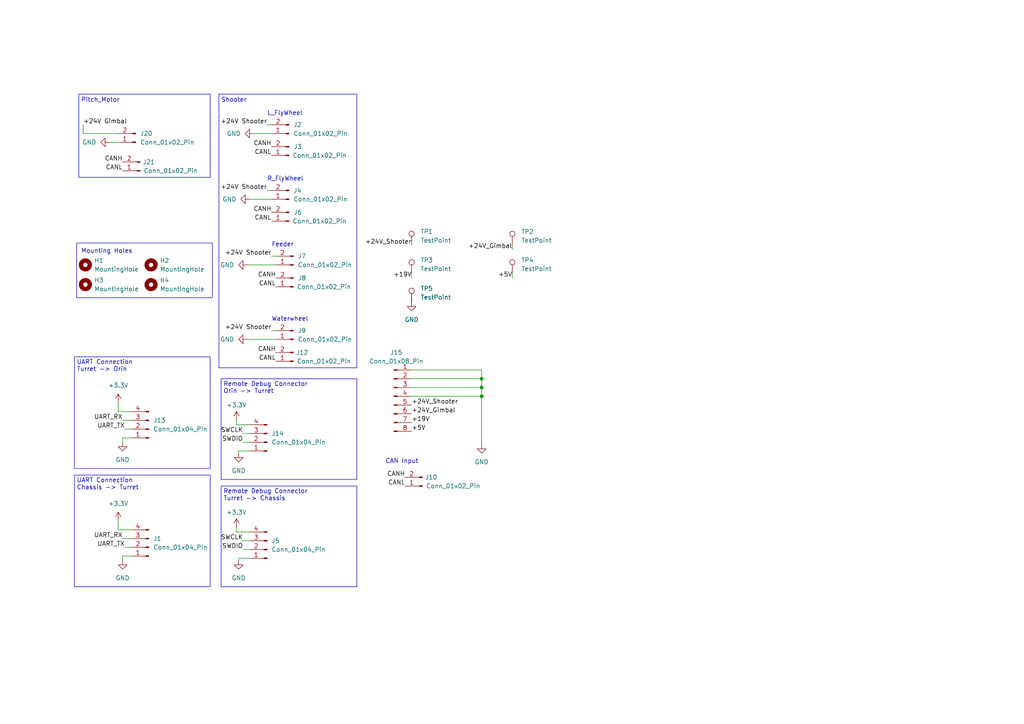
<source format=kicad_sch>
(kicad_sch (version 20230121) (generator eeschema)
  (paper "A4")
  (lib_symbols
    (symbol "Connector:Conn_01x02_Pin" (pin_names (offset 1.016) hide)
      (property "Reference" "J" (at 0 2.54 0))
      (property "Value" "Conn_01x02_Pin" (at 0 -5.08 0))
      (symbol "Conn_01x02_Pin_1_1"
        (polyline (pts (xy 1.27 -2.54) (xy 0.8636 -2.54)) (stroke (width 0.1524)))
        (polyline (pts (xy 1.27 0) (xy 0.8636 0)) (stroke (width 0.1524)))
        (rectangle (start 0.8636 -2.413) (end 0 -2.667) (stroke (width 0.1524)) (fill (type outline)))
        (rectangle (start 0.8636 0.127) (end 0 -0.127) (stroke (width 0.1524)) (fill (type outline)))
        (pin passive line (at 5.08 0 180) (length 3.81) (name "Pin_1") (number "1"))
        (pin passive line (at 5.08 -2.54 180) (length 3.81) (name "Pin_2") (number "2"))
      )
    )
    (symbol "Connector:Conn_01x04_Pin" (pin_names (offset 1.016) hide)
      (property "Reference" "J" (at 0 5.08 0))
      (property "Value" "Conn_01x04_Pin" (at 0 -7.62 0))
      (symbol "Conn_01x04_Pin_1_1"
        (polyline (pts (xy 1.27 -5.08) (xy 0.8636 -5.08)) (stroke (width 0.1524)))
        (polyline (pts (xy 1.27 -2.54) (xy 0.8636 -2.54)) (stroke (width 0.1524)))
        (polyline (pts (xy 1.27 0) (xy 0.8636 0)) (stroke (width 0.1524)))
        (polyline (pts (xy 1.27 2.54) (xy 0.8636 2.54)) (stroke (width 0.1524)))
        (rectangle (start 0.8636 -4.953) (end 0 -5.207) (stroke (width 0.1524)) (fill (type outline)))
        (rectangle (start 0.8636 -2.413) (end 0 -2.667) (stroke (width 0.1524)) (fill (type outline)))
        (rectangle (start 0.8636 0.127) (end 0 -0.127) (stroke (width 0.1524)) (fill (type outline)))
        (rectangle (start 0.8636 2.667) (end 0 2.413) (stroke (width 0.1524)) (fill (type outline)))
        (pin passive line (at 5.08 2.54 180) (length 3.81) (name "Pin_1") (number "1"))
        (pin passive line (at 5.08 0 180) (length 3.81) (name "Pin_2") (number "2"))
        (pin passive line (at 5.08 -2.54 180) (length 3.81) (name "Pin_3") (number "3"))
        (pin passive line (at 5.08 -5.08 180) (length 3.81) (name "Pin_4") (number "4"))
      )
    )
    (symbol "Connector:Conn_01x08_Pin" (pin_names (offset 1.016) hide)
      (property "Reference" "J" (at 0 10.16 0))
      (property "Value" "Conn_01x08_Pin" (at 0 -12.7 0))
      (symbol "Conn_01x08_Pin_1_1"
        (polyline (pts (xy 1.27 -10.16) (xy 0.8636 -10.16)) (stroke (width 0.1524)))
        (polyline (pts (xy 1.27 -7.62) (xy 0.8636 -7.62)) (stroke (width 0.1524)))
        (polyline (pts (xy 1.27 -5.08) (xy 0.8636 -5.08)) (stroke (width 0.1524)))
        (polyline (pts (xy 1.27 -2.54) (xy 0.8636 -2.54)) (stroke (width 0.1524)))
        (polyline (pts (xy 1.27 0) (xy 0.8636 0)) (stroke (width 0.1524)))
        (polyline (pts (xy 1.27 2.54) (xy 0.8636 2.54)) (stroke (width 0.1524)))
        (polyline (pts (xy 1.27 5.08) (xy 0.8636 5.08)) (stroke (width 0.1524)))
        (polyline (pts (xy 1.27 7.62) (xy 0.8636 7.62)) (stroke (width 0.1524)))
        (rectangle (start 0.8636 -10.033) (end 0 -10.287) (stroke (width 0.1524)) (fill (type outline)))
        (rectangle (start 0.8636 -7.493) (end 0 -7.747) (stroke (width 0.1524)) (fill (type outline)))
        (rectangle (start 0.8636 -4.953) (end 0 -5.207) (stroke (width 0.1524)) (fill (type outline)))
        (rectangle (start 0.8636 -2.413) (end 0 -2.667) (stroke (width 0.1524)) (fill (type outline)))
        (rectangle (start 0.8636 0.127) (end 0 -0.127) (stroke (width 0.1524)) (fill (type outline)))
        (rectangle (start 0.8636 2.667) (end 0 2.413) (stroke (width 0.1524)) (fill (type outline)))
        (rectangle (start 0.8636 5.207) (end 0 4.953) (stroke (width 0.1524)) (fill (type outline)))
        (rectangle (start 0.8636 7.747) (end 0 7.493) (stroke (width 0.1524)) (fill (type outline)))
        (pin passive line (at 5.08 7.62 180) (length 3.81) (name "Pin_1") (number "1"))
        (pin passive line (at 5.08 5.08 180) (length 3.81) (name "Pin_2") (number "2"))
        (pin passive line (at 5.08 2.54 180) (length 3.81) (name "Pin_3") (number "3"))
        (pin passive line (at 5.08 0 180) (length 3.81) (name "Pin_4") (number "4"))
        (pin passive line (at 5.08 -2.54 180) (length 3.81) (name "Pin_5") (number "5"))
        (pin passive line (at 5.08 -5.08 180) (length 3.81) (name "Pin_6") (number "6"))
        (pin passive line (at 5.08 -7.62 180) (length 3.81) (name "Pin_7") (number "7"))
        (pin passive line (at 5.08 -10.16 180) (length 3.81) (name "Pin_8") (number "8"))
      )
    )
    (symbol "Connector:TestPoint" (pin_numbers hide) (pin_names (offset 0.762) hide)
      (property "Reference" "TP" (at 0 6.858 0))
      (property "Value" "TestPoint" (at 0 5.08 0))
      (symbol "TestPoint_0_1"
        (circle (center 0 3.302) (radius 0.762))
      )
      (symbol "TestPoint_1_1"
        (pin passive line (at 0 0 90) (length 2.54) (name "1") (number "1"))
      )
    )
    (symbol "Mechanical:MountingHole" (pin_names (offset 1.016))
      (property "Reference" "H" (at 0 5.08 0))
      (property "Value" "MountingHole" (at 0 3.175 0))
      (symbol "MountingHole_0_1"
        (circle (center 0 0) (radius 1.27) (stroke (width 1.27)))
      )
    )
    (symbol "power:+3.3V" (power) (pin_names (offset 0))
      (property "Value" "+3.3V" (at 0 3.556 0))
      (symbol "+3.3V_0_1"
        (polyline (pts (xy -0.762 1.27) (xy 0 2.54)))
        (polyline (pts (xy 0 0) (xy 0 2.54)))
        (polyline (pts (xy 0 2.54) (xy 0.762 1.27)))
      )
      (symbol "+3.3V_1_1"
        (pin power_in line (at 0 0 90) (length 0) hide (name "+3.3V") (number "1"))
      )
    )
    (symbol "power:GND" (power) (pin_names (offset 0))
      (property "Value" "GND" (at 0 -3.81 0))
      (symbol "GND_0_1"
        (polyline (pts (xy 0 0) (xy 0 -1.27) (xy 1.27 -1.27) (xy 0 -2.54) (xy -1.27 -1.27) (xy 0 -1.27)))
      )
      (symbol "GND_1_1"
        (pin power_in line (at 0 0 270) (length 0) hide (name "GND") (number "1"))
      )
    )
  )
  (junction (at 139.7 112.395))
  (junction (at 139.7 109.855))
  (junction (at 139.7 114.935))
  (wire (pts (xy 70.485 159.385) (xy 72.39 159.385)))
  (wire (pts (xy 77.47 55.245) (xy 78.74 55.245)))
  (wire (pts (xy 34.29 153.67) (xy 38.1 153.67)))
  (wire (pts (xy 139.7 112.395) (xy 139.7 114.935)))
  (wire (pts (xy 78.74 95.885) (xy 80.01 95.885)))
  (wire (pts (xy 36.195 124.46) (xy 38.1 124.46)))
  (wire (pts (xy 34.29 119.38) (xy 38.1 119.38)))
  (wire (pts (xy 148.59 80.645) (xy 148.59 79.375)))
  (wire (pts (xy 68.58 154.305) (xy 72.39 154.305)))
  (wire (pts (xy 34.29 151.13) (xy 34.29 153.67)))
  (wire (pts (xy 70.485 125.73) (xy 72.39 125.73)))
  (wire (pts (xy 71.755 76.835) (xy 80.01 76.835)))
  (wire (pts (xy 31.75 41.275) (xy 34.29 41.275)))
  (wire (pts (xy 139.7 109.855) (xy 139.7 112.395)))
  (wire (pts (xy 72.39 57.785) (xy 78.74 57.785)))
  (wire (pts (xy 38.1 161.29) (xy 35.56 161.29)))
  (wire (pts (xy 34.29 116.84) (xy 34.29 119.38)))
  (wire (pts (xy 69.215 161.925) (xy 72.39 161.925)))
  (wire (pts (xy 36.195 158.75) (xy 38.1 158.75)))
  (wire (pts (xy 69.215 131.445) (xy 69.215 130.81)))
  (wire (pts (xy 71.755 98.425) (xy 80.01 98.425)))
  (wire (pts (xy 68.58 121.92) (xy 68.58 123.19)))
  (wire (pts (xy 119.38 80.645) (xy 119.38 79.375)))
  (wire (pts (xy 24.13 38.735) (xy 34.29 38.735)))
  (wire (pts (xy 78.74 74.295) (xy 80.01 74.295)))
  (wire (pts (xy 119.38 109.855) (xy 139.7 109.855)))
  (wire (pts (xy 70.485 156.845) (xy 72.39 156.845)))
  (wire (pts (xy 73.66 38.735) (xy 78.74 38.735)))
  (wire (pts (xy 70.485 128.27) (xy 72.39 128.27)))
  (wire (pts (xy 69.215 162.56) (xy 69.215 161.925)))
  (wire (pts (xy 35.56 161.29) (xy 35.56 162.56)))
  (wire (pts (xy 139.7 107.315) (xy 139.7 109.855)))
  (wire (pts (xy 35.56 127) (xy 35.56 128.27)))
  (wire (pts (xy 35.56 156.21) (xy 38.1 156.21)))
  (wire (pts (xy 119.38 107.315) (xy 139.7 107.315)))
  (wire (pts (xy 139.7 114.935) (xy 119.38 114.935)))
  (wire (pts (xy 35.56 121.92) (xy 38.1 121.92)))
  (wire (pts (xy 148.59 72.39) (xy 148.59 71.12)))
  (wire (pts (xy 69.215 130.81) (xy 72.39 130.81)))
  (wire (pts (xy 119.38 112.395) (xy 139.7 112.395)))
  (wire (pts (xy 38.1 127) (xy 35.56 127)))
  (wire (pts (xy 24.13 36.195) (xy 24.13 38.735)))
  (wire (pts (xy 68.58 123.19) (xy 72.39 123.19)))
  (wire (pts (xy 77.47 36.195) (xy 78.74 36.195)))
  (wire (pts (xy 68.58 153.035) (xy 68.58 154.305)))
  (wire (pts (xy 139.7 114.935) (xy 139.7 128.905)))
  (rectangle (start 64.135 109.855) (end 103.505 139.065))
  (rectangle (start 21.59 137.795) (end 60.96 170.18))
  (rectangle (start 64.135 140.97) (end 103.505 170.18))
  (rectangle (start 22.86 27.305) (end 60.96 51.435))
  (rectangle (start 21.59 103.505) (end 60.96 135.89))
  (rectangle (start 22.225 70.485) (end 61.595 86.36))
  (rectangle (start 63.5 27.305) (end 103.505 106.68))
  (text "L_FlyWheel" (at 77.47 33.655 0) (effects (font (size 1.27 1.27)) (justify left bottom)))
  (text "Feeder" (at 78.74 71.755 0) (effects (font (size 1.27 1.27)) (justify left bottom)))
  (text "Pitch_Motor" (at 23.495 29.845 0) (effects (font (size 1.27 1.27)) (justify left bottom)))
  (text "Mounting Holes" (at 23.495 73.66 0) (effects (font (size 1.27 1.27)) (justify left bottom)))
  (text "UART Connection\nChassis -> Turret" (at 22.225 142.24 0) (effects (font (size 1.27 1.27)) (justify left bottom)))
  (text "Remote Debug Connector\nOrin -> Turret" (at 64.77 114.3 0) (effects (font (size 1.27 1.27)) (justify left bottom)))
  (text "Remote Debug Connector\nTurret -> Chassis" (at 64.77 145.415 0) (effects (font (size 1.27 1.27)) (justify left bottom)))
  (text "Shooter" (at 64.135 29.845 0) (effects (font (size 1.27 1.27)) (justify left bottom)))
  (text "Waterwheel" (at 78.74 93.345 0) (effects (font (size 1.27 1.27)) (justify left bottom)))
  (text "CAN Input" (at 111.76 134.62 0) (effects (font (size 1.27 1.27)) (justify left bottom)))
  (text "R_FlyWheel" (at 77.47 52.705 0) (effects (font (size 1.27 1.27)) (justify left bottom)))
  (text "UART Connection\nTurret -> Orin" (at 22.225 107.95 0) (effects (font (size 1.27 1.27)) (justify left bottom)))
  (label "+5V" (at 119.38 125.095 0))
  (label "CANL" (at 78.74 45.085 180))
  (label "CANL" (at 80.01 83.185 180))
  (label "CANL" (at 117.475 140.97 180))
  (label "SWDIO" (at 70.485 159.385 180))
  (label "+24V_Gimbal" (at 119.38 120.015 0))
  (label "+19V" (at 119.38 80.645 180))
  (label "CANH" (at 35.56 46.99 180))
  (label "+24V Shooter" (at 78.74 95.885 180))
  (label "CANH" (at 117.475 138.43 180))
  (label "CANH" (at 80.01 80.645 180))
  (label "CANH" (at 78.74 42.545 180))
  (label "+24V Shooter" (at 77.47 36.195 180))
  (label "CANL" (at 35.56 49.53 180))
  (label "CANL" (at 78.74 64.135 180))
  (label "+24V Shooter" (at 77.47 55.245 180))
  (label "CANH" (at 80.01 102.235 180))
  (label "UART_TX" (at 36.195 124.46 180))
  (label "UART_TX" (at 36.195 158.75 180))
  (label "SWCLK" (at 70.485 125.73 180))
  (label "+19V" (at 119.38 122.555 0))
  (label "+5V" (at 148.59 80.645 180))
  (label "UART_RX" (at 35.56 121.92 180))
  (label "+24V Gimbal" (at 24.13 36.195 0))
  (label "SWCLK" (at 70.485 156.845 180))
  (label "+24V_Gimbal" (at 148.59 72.39 180))
  (label "UART_RX" (at 35.56 156.21 180))
  (label "CANH" (at 78.74 61.595 180))
  (label "+24V_Shooter" (at 119.38 117.475 0))
  (label "SWDIO" (at 70.485 128.27 180))
  (label "+24V_Shooter" (at 119.38 71.12 180))
  (label "+24V Shooter" (at 78.74 74.295 180))
  (label "CANL" (at 80.01 104.775 180))
  (symbol (lib_id "power:+3.3V") (at 34.29 116.84 0) (unit 1)
    (property "Reference" "#PWR020" (effects hide))
    (property "Value" "+3.3V" (at 34.29 111.76 0))
  )
  (symbol (lib_id "power:GND") (at 69.215 131.445 0) (unit 1)
    (property "Reference" "#PWR023" (effects hide))
    (property "Value" "GND" (at 69.215 136.525 0))
  )
  (symbol (lib_id "power:GND") (at 73.66 38.735 270) (unit 1)
    (property "Reference" "#PWR01" (effects hide))
    (property "Value" "GND" (at 69.85 38.735 90) (effects (justify right)))
  )
  (symbol (lib_id "Connector:Conn_01x02_Pin") (at 122.555 140.97 180) (unit 1)
    (property "Reference" "J10" (at 125.095 138.43 0))
    (property "Value" "Conn_01x02_Pin" (at 131.445 140.97 0))
    (property "Footprint" "Connector_JST:JST_GH_BM02B-GHS-TBT_1x02-1MP_P1.25mm_Vertical" (effects hide))
  )
  (symbol (lib_id "Connector:TestPoint") (at 119.38 87.63 0) (unit 1)
    (property "Reference" "TP5" (at 121.92 83.693 0) (effects (justify left)))
    (property "Value" "TestPoint" (at 121.92 86.233 0) (effects (justify left)))
    (property "Footprint" "TestPoint:TestPoint_Loop_D1.80mm_Drill1.0mm_Beaded" (effects hide))
  )
  (symbol (lib_id "Mechanical:MountingHole") (at 24.765 82.55 0) (unit 1)
    (property "Reference" "H3" (at 27.305 81.28 0) (effects (justify left)))
    (property "Value" "MountingHole" (at 27.305 83.82 0) (effects (justify left)))
    (property "Footprint" "MountingHole:MountingHole_3mm" (effects hide))
  )
  (symbol (lib_id "power:GND") (at 71.755 98.425 270) (unit 1)
    (property "Reference" "#PWR04" (effects hide))
    (property "Value" "GND" (at 67.945 98.425 90) (effects (justify right)))
  )
  (symbol (lib_id "Connector:TestPoint") (at 148.59 71.12 0) (unit 1)
    (property "Reference" "TP2" (at 151.13 67.183 0) (effects (justify left)))
    (property "Value" "TestPoint" (at 151.13 69.723 0) (effects (justify left)))
    (property "Footprint" "TestPoint:TestPoint_Loop_D1.80mm_Drill1.0mm_Beaded" (effects hide))
  )
  (symbol (lib_id "power:GND") (at 69.215 162.56 0) (unit 1)
    (property "Reference" "#PWR011" (effects hide))
    (property "Value" "GND" (at 69.215 167.64 0))
  )
  (symbol (lib_id "power:GND") (at 119.38 87.63 0) (unit 1)
    (property "Reference" "#PWR06" (effects hide))
    (property "Value" "GND" (at 119.38 92.71 0))
  )
  (symbol (lib_id "Connector:Conn_01x02_Pin") (at 40.64 49.53 180) (unit 1)
    (property "Reference" "J21" (at 43.18 46.99 0))
    (property "Value" "Conn_01x02_Pin" (at 49.53 49.53 0))
    (property "Footprint" "Connector_JST:JST_GH_BM02B-GHS-TBT_1x02-1MP_P1.25mm_Vertical" (effects hide))
  )
  (symbol (lib_id "power:+3.3V") (at 68.58 121.92 0) (unit 1)
    (property "Reference" "#PWR022" (effects hide))
    (property "Value" "+3.3V" (at 68.58 117.475 0))
  )
  (symbol (lib_id "Connector:Conn_01x04_Pin") (at 77.47 159.385 180) (unit 1)
    (property "Reference" "J5" (at 78.74 156.845 0) (effects (justify right)))
    (property "Value" "Conn_01x04_Pin" (at 78.74 159.385 0) (effects (justify right)))
    (property "Footprint" "Connector_JST:JST_GH_BM04B-GHS-TBT_1x04-1MP_P1.25mm_Vertical" (effects hide))
  )
  (symbol (lib_id "Connector:Conn_01x02_Pin") (at 83.82 38.735 180) (unit 1)
    (property "Reference" "J2" (at 85.09 36.195 0) (effects (justify right)))
    (property "Value" "Conn_01x02_Pin" (at 85.09 38.735 0) (effects (justify right)))
    (property "Footprint" "Connector_AMASS:AMASS_XT30U-F_1x02_P5.0mm_Vertical" (effects hide))
  )
  (symbol (lib_id "power:GND") (at 139.7 128.905 0) (unit 1)
    (property "Reference" "#PWR024" (effects hide))
    (property "Value" "GND" (at 139.7 133.985 0))
  )
  (symbol (lib_id "power:GND") (at 72.39 57.785 270) (unit 1)
    (property "Reference" "#PWR02" (effects hide))
    (property "Value" "GND" (at 68.58 57.785 90) (effects (justify right)))
  )
  (symbol (lib_id "Connector:Conn_01x04_Pin") (at 43.18 124.46 180) (unit 1)
    (property "Reference" "J13" (at 44.45 121.92 0) (effects (justify right)))
    (property "Value" "Conn_01x04_Pin" (at 44.45 124.46 0) (effects (justify right)))
    (property "Footprint" "Connector_JST:JST_GH_BM04B-GHS-TBT_1x04-1MP_P1.25mm_Vertical" (effects hide))
  )
  (symbol (lib_id "Connector:Conn_01x04_Pin") (at 77.47 128.27 180) (unit 1)
    (property "Reference" "J14" (at 78.74 125.73 0) (effects (justify right)))
    (property "Value" "Conn_01x04_Pin" (at 78.74 128.27 0) (effects (justify right)))
    (property "Footprint" "Connector_JST:JST_GH_BM04B-GHS-TBT_1x04-1MP_P1.25mm_Vertical" (effects hide))
  )
  (symbol (lib_id "power:GND") (at 35.56 128.27 0) (unit 1)
    (property "Reference" "#PWR021" (effects hide))
    (property "Value" "GND" (at 35.56 133.35 0))
  )
  (symbol (lib_id "Mechanical:MountingHole") (at 24.765 76.835 0) (unit 1)
    (property "Reference" "H1" (at 27.305 75.565 0) (effects (justify left)))
    (property "Value" "MountingHole" (at 27.305 78.105 0) (effects (justify left)))
    (property "Footprint" "MountingHole:MountingHole_3mm" (effects hide))
  )
  (symbol (lib_id "power:GND") (at 71.755 76.835 270) (unit 1)
    (property "Reference" "#PWR03" (effects hide))
    (property "Value" "GND" (at 67.945 76.835 90) (effects (justify right)))
  )
  (symbol (lib_id "Connector:Conn_01x02_Pin") (at 85.09 76.835 180) (unit 1)
    (property "Reference" "J7" (at 86.36 74.295 0) (effects (justify right)))
    (property "Value" "Conn_01x02_Pin" (at 86.36 76.835 0) (effects (justify right)))
    (property "Footprint" "Connector_AMASS:AMASS_XT30U-F_1x02_P5.0mm_Vertical" (effects hide))
  )
  (symbol (lib_id "Connector:TestPoint") (at 119.38 71.12 0) (unit 1)
    (property "Reference" "TP1" (at 121.92 67.183 0) (effects (justify left)))
    (property "Value" "TestPoint" (at 121.92 69.723 0) (effects (justify left)))
    (property "Footprint" "TestPoint:TestPoint_Loop_D1.80mm_Drill1.0mm_Beaded" (effects hide))
  )
  (symbol (lib_id "Mechanical:MountingHole") (at 43.815 82.55 0) (unit 1)
    (property "Reference" "H4" (at 46.355 81.28 0) (effects (justify left)))
    (property "Value" "MountingHole" (at 46.355 83.82 0) (effects (justify left)))
    (property "Footprint" "MountingHole:MountingHole_3mm" (effects hide))
  )
  (symbol (lib_id "power:+3.3V") (at 34.29 151.13 0) (unit 1)
    (property "Reference" "#PWR012" (effects hide))
    (property "Value" "+3.3V" (at 34.29 146.05 0))
  )
  (symbol (lib_id "Connector:TestPoint") (at 119.38 79.375 0) (unit 1)
    (property "Reference" "TP3" (at 121.92 75.438 0) (effects (justify left)))
    (property "Value" "TestPoint" (at 121.92 77.978 0) (effects (justify left)))
    (property "Footprint" "TestPoint:TestPoint_Loop_D1.80mm_Drill1.0mm_Beaded" (effects hide))
  )
  (symbol (lib_id "Connector:Conn_01x02_Pin") (at 39.37 41.275 180) (unit 1)
    (property "Reference" "J20" (at 40.64 38.735 0) (effects (justify right)))
    (property "Value" "Conn_01x02_Pin" (at 40.64 41.275 0) (effects (justify right)))
    (property "Footprint" "Connector_AMASS:AMASS_XT30U-F_1x02_P5.0mm_Vertical" (effects hide))
  )
  (symbol (lib_id "Connector:Conn_01x02_Pin") (at 85.09 98.425 180) (unit 1)
    (property "Reference" "J9" (at 86.36 95.885 0) (effects (justify right)))
    (property "Value" "Conn_01x02_Pin" (at 86.36 98.425 0) (effects (justify right)))
    (property "Footprint" "Connector_AMASS:AMASS_XT30U-F_1x02_P5.0mm_Vertical" (effects hide))
  )
  (symbol (lib_id "power:GND") (at 35.56 162.56 0) (unit 1)
    (property "Reference" "#PWR013" (effects hide))
    (property "Value" "GND" (at 35.56 167.64 0))
  )
  (symbol (lib_id "Connector:Conn_01x08_Pin") (at 114.3 114.935 0) (unit 1)
    (property "Reference" "J15" (at 114.935 102.235 0))
    (property "Value" "Conn_01x08_Pin" (at 114.935 104.775 0))
    (property "Footprint" "ICs:CON_1722981108_MOL" (effects hide))
  )
  (symbol (lib_id "Connector:TestPoint") (at 148.59 79.375 0) (unit 1)
    (property "Reference" "TP4" (at 151.13 75.438 0) (effects (justify left)))
    (property "Value" "TestPoint" (at 151.13 77.978 0) (effects (justify left)))
    (property "Footprint" "TestPoint:TestPoint_Loop_D1.80mm_Drill1.0mm_Beaded" (effects hide))
  )
  (symbol (lib_id "power:+3.3V") (at 68.58 153.035 0) (unit 1)
    (property "Reference" "#PWR010" (effects hide))
    (property "Value" "+3.3V" (at 68.58 148.59 0))
  )
  (symbol (lib_id "Mechanical:MountingHole") (at 43.815 76.835 0) (unit 1)
    (property "Reference" "H2" (at 46.355 75.565 0) (effects (justify left)))
    (property "Value" "MountingHole" (at 46.355 78.105 0) (effects (justify left)))
    (property "Footprint" "MountingHole:MountingHole_3mm" (effects hide))
  )
  (symbol (lib_id "Connector:Conn_01x04_Pin") (at 43.18 158.75 180) (unit 1)
    (property "Reference" "J1" (at 44.45 156.21 0) (effects (justify right)))
    (property "Value" "Conn_01x04_Pin" (at 44.45 158.75 0) (effects (justify right)))
    (property "Footprint" "Connector_JST:JST_GH_BM04B-GHS-TBT_1x04-1MP_P1.25mm_Vertical" (effects hide))
  )
  (symbol (lib_id "Connector:Conn_01x02_Pin") (at 85.09 104.775 180) (unit 1)
    (property "Reference" "J12" (at 87.63 102.235 0))
    (property "Value" "Conn_01x02_Pin" (at 93.98 104.775 0))
    (property "Footprint" "Connector_JST:JST_GH_BM02B-GHS-TBT_1x02-1MP_P1.25mm_Vertical" (effects hide))
  )
  (symbol (lib_id "Connector:Conn_01x02_Pin") (at 83.82 64.135 180) (unit 1)
    (property "Reference" "J6" (at 86.36 61.595 0))
    (property "Value" "Conn_01x02_Pin" (at 92.71 64.135 0))
    (property "Footprint" "Connector_JST:JST_GH_BM02B-GHS-TBT_1x02-1MP_P1.25mm_Vertical" (effects hide))
  )
  (symbol (lib_id "Connector:Conn_01x02_Pin") (at 85.09 83.185 180) (unit 1)
    (property "Reference" "J8" (at 87.63 80.645 0))
    (property "Value" "Conn_01x02_Pin" (at 93.98 83.185 0))
    (property "Footprint" "Connector_JST:JST_GH_BM02B-GHS-TBT_1x02-1MP_P1.25mm_Vertical" (effects hide))
  )
  (symbol (lib_id "power:GND") (at 31.75 41.275 270) (unit 1)
    (property "Reference" "#PWR05" (effects hide))
    (property "Value" "GND" (at 27.94 41.275 90) (effects (justify right)))
  )
  (symbol (lib_id "Connector:Conn_01x02_Pin") (at 83.82 45.085 180) (unit 1)
    (property "Reference" "J3" (at 86.36 42.545 0))
    (property "Value" "Conn_01x02_Pin" (at 92.71 45.085 0))
    (property "Footprint" "Connector_JST:JST_GH_BM02B-GHS-TBT_1x02-1MP_P1.25mm_Vertical" (effects hide))
  )
  (symbol (lib_id "Connector:Conn_01x02_Pin") (at 83.82 57.785 180) (unit 1)
    (property "Reference" "J4" (at 85.09 55.245 0) (effects (justify right)))
    (property "Value" "Conn_01x02_Pin" (at 85.09 57.785 0) (effects (justify right)))
    (property "Footprint" "Connector_AMASS:AMASS_XT30U-F_1x02_P5.0mm_Vertical" (effects hide))
  )
)
</source>
